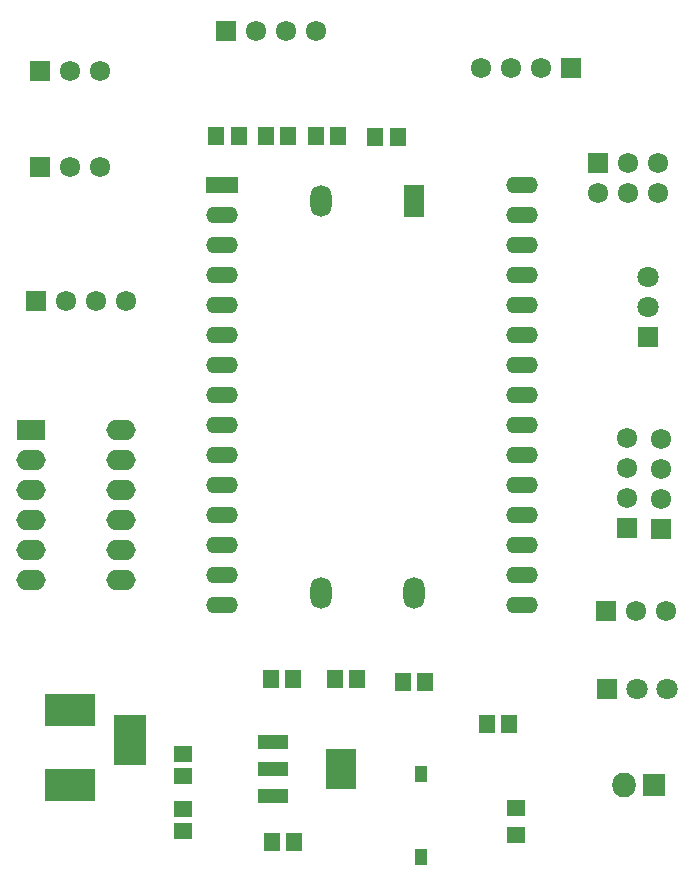
<source format=gts>
G04*
G04 #@! TF.GenerationSoftware,Altium Limited,Altium Designer,22.10.1 (41)*
G04*
G04 Layer_Color=8388736*
%FSLAX44Y44*%
%MOMM*%
G71*
G04*
G04 #@! TF.SameCoordinates,8F1CFC92-A969-465F-A5A2-9E5291BB03E1*
G04*
G04*
G04 #@! TF.FilePolarity,Negative*
G04*
G01*
G75*
%ADD24R,1.6032X1.4032*%
%ADD25R,1.4032X1.6032*%
%ADD26R,1.0032X1.4032*%
%ADD27R,1.6002X1.4732*%
%ADD28R,2.6032X1.2032*%
%ADD29R,2.6032X3.5032*%
%ADD30R,2.7032X1.4032*%
%ADD31O,2.7032X1.4032*%
%ADD32O,1.8032X2.7032*%
%ADD33R,1.8032X2.7032*%
%ADD34C,1.7232*%
%ADD35R,1.7232X1.7232*%
%ADD36R,2.4892X1.7272*%
%ADD37O,2.4892X1.7272*%
%ADD38C,1.8032*%
%ADD39R,1.8032X1.8032*%
%ADD40R,1.7232X1.7232*%
%ADD41R,1.8032X1.8032*%
%ADD42R,1.9812X1.9812*%
%ADD43O,1.9812X2.1082*%
%ADD44R,2.7432X4.2672*%
%ADD45R,4.2672X2.7432*%
D24*
X148590Y116840D02*
D03*
Y97840D02*
D03*
Y70416D02*
D03*
Y51416D02*
D03*
D25*
X334714Y177192D02*
D03*
X353714D02*
D03*
X277476Y180374D02*
D03*
X296476D02*
D03*
X241954Y180306D02*
D03*
X222954D02*
D03*
X405834Y141632D02*
D03*
X424834D02*
D03*
X224136Y41944D02*
D03*
X243136D02*
D03*
X176894Y639472D02*
D03*
X195894D02*
D03*
X311766Y638844D02*
D03*
X330766D02*
D03*
X218974Y639472D02*
D03*
X237974D02*
D03*
X261054D02*
D03*
X280054D02*
D03*
D26*
X350520Y29770D02*
D03*
Y99770D02*
D03*
D27*
X430530Y48260D02*
D03*
Y71120D02*
D03*
D28*
X225000Y127140D02*
D03*
Y104140D02*
D03*
Y81140D02*
D03*
D29*
X283000Y104140D02*
D03*
D30*
X181610Y598170D02*
D03*
D31*
Y572770D02*
D03*
Y547370D02*
D03*
Y521970D02*
D03*
Y496570D02*
D03*
Y471170D02*
D03*
Y445770D02*
D03*
Y420370D02*
D03*
Y394970D02*
D03*
Y369570D02*
D03*
Y344170D02*
D03*
Y318770D02*
D03*
Y293370D02*
D03*
Y267970D02*
D03*
Y242570D02*
D03*
X435610Y598170D02*
D03*
Y572770D02*
D03*
Y547370D02*
D03*
Y521970D02*
D03*
Y496570D02*
D03*
Y471170D02*
D03*
Y445770D02*
D03*
Y420370D02*
D03*
Y394970D02*
D03*
Y369570D02*
D03*
Y344170D02*
D03*
Y318770D02*
D03*
Y293370D02*
D03*
Y267970D02*
D03*
Y242570D02*
D03*
D32*
X265430Y252730D02*
D03*
X344170D02*
D03*
X265430Y584730D02*
D03*
D33*
X344170D02*
D03*
D34*
X78740Y694690D02*
D03*
X53340D02*
D03*
X532130Y237490D02*
D03*
X557530D02*
D03*
X553720Y332740D02*
D03*
Y358140D02*
D03*
Y383540D02*
D03*
X524928Y333048D02*
D03*
Y358448D02*
D03*
Y383848D02*
D03*
X452120Y697230D02*
D03*
X426720D02*
D03*
X401320D02*
D03*
X551180Y617220D02*
D03*
X525780D02*
D03*
X551180Y591820D02*
D03*
X525780D02*
D03*
X500380D02*
D03*
X49530Y500380D02*
D03*
X74930D02*
D03*
X100330D02*
D03*
X53340Y613410D02*
D03*
X78740D02*
D03*
X210820Y728980D02*
D03*
X236220D02*
D03*
X261620D02*
D03*
D35*
X27940Y694690D02*
D03*
X506730Y237490D02*
D03*
X477520Y697230D02*
D03*
X500380Y617220D02*
D03*
X24130Y500380D02*
D03*
X27940Y613410D02*
D03*
X185420Y728980D02*
D03*
D36*
X20320Y391160D02*
D03*
D37*
Y365760D02*
D03*
Y340360D02*
D03*
Y314960D02*
D03*
Y289560D02*
D03*
Y264160D02*
D03*
X96520D02*
D03*
Y289560D02*
D03*
Y391160D02*
D03*
Y365760D02*
D03*
Y340360D02*
D03*
Y314960D02*
D03*
D38*
X558800Y171450D02*
D03*
X533400D02*
D03*
X542290Y520700D02*
D03*
Y495300D02*
D03*
D39*
X508000Y171450D02*
D03*
D40*
X553720Y307340D02*
D03*
X524928Y307648D02*
D03*
D41*
X542290Y469900D02*
D03*
D42*
X547370Y90170D02*
D03*
D43*
X521970D02*
D03*
D44*
X104140Y128270D02*
D03*
D45*
X53340Y90170D02*
D03*
Y153670D02*
D03*
M02*

</source>
